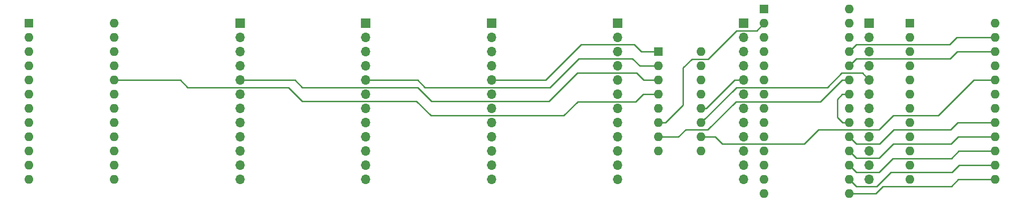
<source format=gbr>
%TF.GenerationSoftware,KiCad,Pcbnew,(6.0.9)*%
%TF.CreationDate,2023-05-17T22:42:26-04:00*%
%TF.ProjectId,HeadOnN_Condensor_Board,48656164-4f6e-44e5-9f43-6f6e64656e73,rev?*%
%TF.SameCoordinates,Original*%
%TF.FileFunction,Copper,L2,Bot*%
%TF.FilePolarity,Positive*%
%FSLAX46Y46*%
G04 Gerber Fmt 4.6, Leading zero omitted, Abs format (unit mm)*
G04 Created by KiCad (PCBNEW (6.0.9)) date 2023-05-17 22:42:26*
%MOMM*%
%LPD*%
G01*
G04 APERTURE LIST*
%TA.AperFunction,ComponentPad*%
%ADD10R,1.700000X1.700000*%
%TD*%
%TA.AperFunction,ComponentPad*%
%ADD11O,1.700000X1.700000*%
%TD*%
%TA.AperFunction,ComponentPad*%
%ADD12R,1.600000X1.600000*%
%TD*%
%TA.AperFunction,ComponentPad*%
%ADD13O,1.600000X1.600000*%
%TD*%
%TA.AperFunction,Conductor*%
%ADD14C,0.250000*%
%TD*%
G04 APERTURE END LIST*
D10*
%TO.P,J8,1,Pin_1*%
%TO.N,unconnected-(J8-Pad1)*%
X170240000Y-20000000D03*
D11*
%TO.P,J8,2,Pin_2*%
%TO.N,unconnected-(J8-Pad2)*%
X170240000Y-22540000D03*
%TO.P,J8,3,Pin_3*%
%TO.N,unconnected-(J8-Pad3)*%
X170240000Y-25080000D03*
%TO.P,J8,4,Pin_4*%
%TO.N,unconnected-(J8-Pad4)*%
X170240000Y-27620000D03*
%TO.P,J8,5,Pin_5*%
%TO.N,CE_K*%
X170240000Y-30160000D03*
%TO.P,J8,6,Pin_6*%
%TO.N,unconnected-(J8-Pad6)*%
X170240000Y-32700000D03*
%TO.P,J8,7,Pin_7*%
%TO.N,unconnected-(J8-Pad7)*%
X170240000Y-35240000D03*
%TO.P,J8,8,Pin_8*%
%TO.N,unconnected-(J8-Pad8)*%
X170240000Y-37780000D03*
%TO.P,J8,9,Pin_9*%
%TO.N,unconnected-(J8-Pad9)*%
X170240000Y-40320000D03*
%TO.P,J8,10,Pin_10*%
%TO.N,unconnected-(J8-Pad10)*%
X170240000Y-42860000D03*
%TO.P,J8,11,Pin_11*%
%TO.N,unconnected-(J8-Pad11)*%
X170240000Y-45400000D03*
%TO.P,J8,12,Pin_12*%
%TO.N,unconnected-(J8-Pad12)*%
X170240000Y-47940000D03*
%TD*%
D10*
%TO.P,J7,1,Pin_1*%
%TO.N,unconnected-(J7-Pad1)*%
X147740000Y-20000000D03*
D11*
%TO.P,J7,2,Pin_2*%
%TO.N,unconnected-(J7-Pad2)*%
X147740000Y-22540000D03*
%TO.P,J7,3,Pin_3*%
%TO.N,unconnected-(J7-Pad3)*%
X147740000Y-25080000D03*
%TO.P,J7,4,Pin_4*%
%TO.N,unconnected-(J7-Pad4)*%
X147740000Y-27620000D03*
%TO.P,J7,5,Pin_5*%
%TO.N,CE_J*%
X147740000Y-30160000D03*
%TO.P,J7,6,Pin_6*%
%TO.N,unconnected-(J7-Pad6)*%
X147740000Y-32700000D03*
%TO.P,J7,7,Pin_7*%
%TO.N,unconnected-(J7-Pad7)*%
X147740000Y-35240000D03*
%TO.P,J7,8,Pin_8*%
%TO.N,unconnected-(J7-Pad8)*%
X147740000Y-37780000D03*
%TO.P,J7,9,Pin_9*%
%TO.N,unconnected-(J7-Pad9)*%
X147740000Y-40320000D03*
%TO.P,J7,10,Pin_10*%
%TO.N,unconnected-(J7-Pad10)*%
X147740000Y-42860000D03*
%TO.P,J7,11,Pin_11*%
%TO.N,unconnected-(J7-Pad11)*%
X147740000Y-45400000D03*
%TO.P,J7,12,Pin_12*%
%TO.N,unconnected-(J7-Pad12)*%
X147740000Y-47940000D03*
%TD*%
%TO.P,J6,12,Pin_12*%
%TO.N,unconnected-(J6-Pad12)*%
X125240000Y-47940000D03*
%TO.P,J6,11,Pin_11*%
%TO.N,unconnected-(J6-Pad11)*%
X125240000Y-45400000D03*
%TO.P,J6,10,Pin_10*%
%TO.N,unconnected-(J6-Pad10)*%
X125240000Y-42860000D03*
%TO.P,J6,9,Pin_9*%
%TO.N,unconnected-(J6-Pad9)*%
X125240000Y-40320000D03*
%TO.P,J6,8,Pin_8*%
%TO.N,unconnected-(J6-Pad8)*%
X125240000Y-37780000D03*
%TO.P,J6,7,Pin_7*%
%TO.N,unconnected-(J6-Pad7)*%
X125240000Y-35240000D03*
%TO.P,J6,6,Pin_6*%
%TO.N,unconnected-(J6-Pad6)*%
X125240000Y-32700000D03*
%TO.P,J6,5,Pin_5*%
%TO.N,CE_I*%
X125240000Y-30160000D03*
%TO.P,J6,4,Pin_4*%
%TO.N,unconnected-(J6-Pad4)*%
X125240000Y-27620000D03*
%TO.P,J6,3,Pin_3*%
%TO.N,unconnected-(J6-Pad3)*%
X125240000Y-25080000D03*
%TO.P,J6,2,Pin_2*%
%TO.N,unconnected-(J6-Pad2)*%
X125240000Y-22540000D03*
D10*
%TO.P,J6,1,Pin_1*%
%TO.N,unconnected-(J6-Pad1)*%
X125240000Y-20000000D03*
%TD*%
%TO.P,J5,1,Pin_1*%
%TO.N,unconnected-(J5-Pad1)*%
X102740000Y-20000000D03*
D11*
%TO.P,J5,2,Pin_2*%
%TO.N,unconnected-(J5-Pad2)*%
X102740000Y-22540000D03*
%TO.P,J5,3,Pin_3*%
%TO.N,unconnected-(J5-Pad3)*%
X102740000Y-25080000D03*
%TO.P,J5,4,Pin_4*%
%TO.N,unconnected-(J5-Pad4)*%
X102740000Y-27620000D03*
%TO.P,J5,5,Pin_5*%
%TO.N,CE_H*%
X102740000Y-30160000D03*
%TO.P,J5,6,Pin_6*%
%TO.N,unconnected-(J5-Pad6)*%
X102740000Y-32700000D03*
%TO.P,J5,7,Pin_7*%
%TO.N,unconnected-(J5-Pad7)*%
X102740000Y-35240000D03*
%TO.P,J5,8,Pin_8*%
%TO.N,unconnected-(J5-Pad8)*%
X102740000Y-37780000D03*
%TO.P,J5,9,Pin_9*%
%TO.N,unconnected-(J5-Pad9)*%
X102740000Y-40320000D03*
%TO.P,J5,10,Pin_10*%
%TO.N,unconnected-(J5-Pad10)*%
X102740000Y-42860000D03*
%TO.P,J5,11,Pin_11*%
%TO.N,unconnected-(J5-Pad11)*%
X102740000Y-45400000D03*
%TO.P,J5,12,Pin_12*%
%TO.N,unconnected-(J5-Pad12)*%
X102740000Y-47940000D03*
%TD*%
D10*
%TO.P,J4,1,Pin_1*%
%TO.N,unconnected-(J4-Pad1)*%
X80240000Y-20000000D03*
D11*
%TO.P,J4,2,Pin_2*%
%TO.N,unconnected-(J4-Pad2)*%
X80240000Y-22540000D03*
%TO.P,J4,3,Pin_3*%
%TO.N,unconnected-(J4-Pad3)*%
X80240000Y-25080000D03*
%TO.P,J4,4,Pin_4*%
%TO.N,unconnected-(J4-Pad4)*%
X80240000Y-27620000D03*
%TO.P,J4,5,Pin_5*%
%TO.N,CE_G*%
X80240000Y-30160000D03*
%TO.P,J4,6,Pin_6*%
%TO.N,unconnected-(J4-Pad6)*%
X80240000Y-32700000D03*
%TO.P,J4,7,Pin_7*%
%TO.N,unconnected-(J4-Pad7)*%
X80240000Y-35240000D03*
%TO.P,J4,8,Pin_8*%
%TO.N,unconnected-(J4-Pad8)*%
X80240000Y-37780000D03*
%TO.P,J4,9,Pin_9*%
%TO.N,unconnected-(J4-Pad9)*%
X80240000Y-40320000D03*
%TO.P,J4,10,Pin_10*%
%TO.N,unconnected-(J4-Pad10)*%
X80240000Y-42860000D03*
%TO.P,J4,11,Pin_11*%
%TO.N,unconnected-(J4-Pad11)*%
X80240000Y-45400000D03*
%TO.P,J4,12,Pin_12*%
%TO.N,unconnected-(J4-Pad12)*%
X80240000Y-47940000D03*
%TD*%
D10*
%TO.P,J3,1,Pin_1*%
%TO.N,unconnected-(J3-Pad1)*%
X57740000Y-20000000D03*
D11*
%TO.P,J3,2,Pin_2*%
%TO.N,unconnected-(J3-Pad2)*%
X57740000Y-22540000D03*
%TO.P,J3,3,Pin_3*%
%TO.N,unconnected-(J3-Pad3)*%
X57740000Y-25080000D03*
%TO.P,J3,4,Pin_4*%
%TO.N,unconnected-(J3-Pad4)*%
X57740000Y-27620000D03*
%TO.P,J3,5,Pin_5*%
%TO.N,CE_F*%
X57740000Y-30160000D03*
%TO.P,J3,6,Pin_6*%
%TO.N,unconnected-(J3-Pad6)*%
X57740000Y-32700000D03*
%TO.P,J3,7,Pin_7*%
%TO.N,unconnected-(J3-Pad7)*%
X57740000Y-35240000D03*
%TO.P,J3,8,Pin_8*%
%TO.N,unconnected-(J3-Pad8)*%
X57740000Y-37780000D03*
%TO.P,J3,9,Pin_9*%
%TO.N,unconnected-(J3-Pad9)*%
X57740000Y-40320000D03*
%TO.P,J3,10,Pin_10*%
%TO.N,unconnected-(J3-Pad10)*%
X57740000Y-42860000D03*
%TO.P,J3,11,Pin_11*%
%TO.N,unconnected-(J3-Pad11)*%
X57740000Y-45400000D03*
%TO.P,J3,12,Pin_12*%
%TO.N,unconnected-(J3-Pad12)*%
X57740000Y-47940000D03*
%TD*%
D12*
%TO.P,U1,1,I4*%
%TO.N,CE_H*%
X132550000Y-25095000D03*
D13*
%TO.P,U1,2,I5*%
%TO.N,CE_G*%
X132550000Y-27635000D03*
%TO.P,U1,3,I6*%
%TO.N,CE_F*%
X132550000Y-30175000D03*
%TO.P,U1,4,I7*%
%TO.N,CE_E*%
X132550000Y-32715000D03*
%TO.P,U1,5,EI*%
%TO.N,GND*%
X132550000Y-35255000D03*
%TO.P,U1,6,S2*%
%TO.N,A12*%
X132550000Y-37795000D03*
%TO.P,U1,7,S1*%
%TO.N,A11*%
X132550000Y-40335000D03*
%TO.P,U1,8,GND*%
%TO.N,GND*%
X132550000Y-42875000D03*
%TO.P,U1,9,S0*%
%TO.N,A10*%
X140170000Y-42875000D03*
%TO.P,U1,10,IO*%
%TO.N,CE_L*%
X140170000Y-40335000D03*
%TO.P,U1,11,I1*%
%TO.N,CE_K*%
X140170000Y-37795000D03*
%TO.P,U1,12,I2*%
%TO.N,CE_J*%
X140170000Y-35255000D03*
%TO.P,U1,13,I3*%
%TO.N,CE_I*%
X140170000Y-32715000D03*
%TO.P,U1,14,GS*%
%TO.N,OE*%
X140170000Y-30175000D03*
%TO.P,U1,15,EO*%
%TO.N,unconnected-(U1-Pad15)*%
X140170000Y-27635000D03*
%TO.P,U1,16,VCC*%
%TO.N,+5V*%
X140170000Y-25095000D03*
%TD*%
D12*
%TO.P,J9,1,Pin_1*%
%TO.N,A7*%
X177500000Y-20000000D03*
D13*
%TO.P,J9,2,Pin_2*%
%TO.N,A6*%
X177500000Y-22540000D03*
%TO.P,J9,3,Pin_3*%
%TO.N,A5*%
X177500000Y-25080000D03*
%TO.P,J9,4,Pin_4*%
%TO.N,A4*%
X177500000Y-27620000D03*
%TO.P,J9,5,Pin_5*%
%TO.N,A3*%
X177500000Y-30160000D03*
%TO.P,J9,6,Pin_6*%
%TO.N,A2*%
X177500000Y-32700000D03*
%TO.P,J9,7,Pin_7*%
%TO.N,A1*%
X177500000Y-35240000D03*
%TO.P,J9,8,Pin_8*%
%TO.N,A0*%
X177500000Y-37780000D03*
%TO.P,J9,9,Pin_9*%
%TO.N,D0*%
X177500000Y-40320000D03*
%TO.P,J9,10,Pin_10*%
%TO.N,D1*%
X177500000Y-42860000D03*
%TO.P,J9,11,Pin_11*%
%TO.N,D2*%
X177500000Y-45400000D03*
%TO.P,J9,12,Pin_12*%
%TO.N,GND*%
X177500000Y-47940000D03*
%TO.P,J9,13,Pin_13*%
%TO.N,D3*%
X192740000Y-47940000D03*
%TO.P,J9,14,Pin_14*%
%TO.N,D4*%
X192740000Y-45400000D03*
%TO.P,J9,15,Pin_15*%
%TO.N,D5*%
X192740000Y-42860000D03*
%TO.P,J9,16,Pin_16*%
%TO.N,D6*%
X192740000Y-40320000D03*
%TO.P,J9,17,Pin_17*%
%TO.N,D7*%
X192740000Y-37780000D03*
%TO.P,J9,18,Pin_18*%
%TO.N,unconnected-(J9-Pad18)*%
X192740000Y-35240000D03*
%TO.P,J9,19,Pin_19*%
%TO.N,unconnected-(J9-Pad19)*%
X192740000Y-32700000D03*
%TO.P,J9,20,Pin_20*%
%TO.N,CE_L*%
X192740000Y-30160000D03*
%TO.P,J9,21,Pin_21*%
%TO.N,unconnected-(J9-Pad21)*%
X192740000Y-27620000D03*
%TO.P,J9,22,Pin_22*%
%TO.N,A9*%
X192740000Y-25080000D03*
%TO.P,J9,23,Pin_23*%
%TO.N,A8*%
X192740000Y-22540000D03*
%TO.P,J9,24,Pin_24*%
%TO.N,+5V*%
X192740000Y-20000000D03*
%TD*%
D12*
%TO.P,J2,1,Pin_1*%
%TO.N,+5V*%
X151415000Y-17460000D03*
D13*
%TO.P,J2,2,Pin_2*%
%TO.N,A12*%
X151415000Y-20000000D03*
%TO.P,J2,3,Pin_3*%
%TO.N,A7*%
X151415000Y-22540000D03*
%TO.P,J2,4,Pin_4*%
%TO.N,A6*%
X151415000Y-25080000D03*
%TO.P,J2,5,Pin_5*%
%TO.N,A5*%
X151415000Y-27620000D03*
%TO.P,J2,6,Pin_6*%
%TO.N,A4*%
X151415000Y-30160000D03*
%TO.P,J2,7,Pin_7*%
%TO.N,A3*%
X151415000Y-32700000D03*
%TO.P,J2,8,Pin_8*%
%TO.N,A2*%
X151415000Y-35240000D03*
%TO.P,J2,9,Pin_9*%
%TO.N,A1*%
X151415000Y-37780000D03*
%TO.P,J2,10,Pin_10*%
%TO.N,A0*%
X151415000Y-40320000D03*
%TO.P,J2,11,Pin_11*%
%TO.N,D0*%
X151415000Y-42860000D03*
%TO.P,J2,12,Pin_12*%
%TO.N,D1*%
X151415000Y-45400000D03*
%TO.P,J2,13,Pin_13*%
%TO.N,D2*%
X151415000Y-47940000D03*
%TO.P,J2,14,Pin_14*%
%TO.N,GND*%
X151415000Y-50480000D03*
%TO.P,J2,15,Pin_15*%
%TO.N,D3*%
X166655000Y-50480000D03*
%TO.P,J2,16,Pin_16*%
%TO.N,D4*%
X166655000Y-47940000D03*
%TO.P,J2,17,Pin_17*%
%TO.N,D5*%
X166655000Y-45400000D03*
%TO.P,J2,18,Pin_18*%
%TO.N,D6*%
X166655000Y-42860000D03*
%TO.P,J2,19,Pin_19*%
%TO.N,D7*%
X166655000Y-40320000D03*
%TO.P,J2,20,Pin_20*%
%TO.N,OE*%
X166655000Y-37780000D03*
%TO.P,J2,21,Pin_21*%
%TO.N,A10*%
X166655000Y-35240000D03*
%TO.P,J2,22,Pin_22*%
%TO.N,OE*%
X166655000Y-32700000D03*
%TO.P,J2,23,Pin_23*%
%TO.N,A11*%
X166655000Y-30160000D03*
%TO.P,J2,24,Pin_24*%
%TO.N,A9*%
X166655000Y-27620000D03*
%TO.P,J2,25,Pin_25*%
%TO.N,A8*%
X166655000Y-25080000D03*
%TO.P,J2,26,Pin_26*%
%TO.N,unconnected-(J2-Pad26)*%
X166655000Y-22540000D03*
%TO.P,J2,27,Pin_27*%
%TO.N,+5V*%
X166655000Y-20000000D03*
%TO.P,J2,28,Pin_28*%
X166655000Y-17460000D03*
%TD*%
D12*
%TO.P,J1,1,Pin_1*%
%TO.N,unconnected-(J1-Pad1)*%
X20000000Y-20000000D03*
D13*
%TO.P,J1,2,Pin_2*%
%TO.N,unconnected-(J1-Pad2)*%
X20000000Y-22540000D03*
%TO.P,J1,3,Pin_3*%
%TO.N,unconnected-(J1-Pad3)*%
X20000000Y-25080000D03*
%TO.P,J1,4,Pin_4*%
%TO.N,unconnected-(J1-Pad4)*%
X20000000Y-27620000D03*
%TO.P,J1,5,Pin_5*%
%TO.N,unconnected-(J1-Pad5)*%
X20000000Y-30160000D03*
%TO.P,J1,6,Pin_6*%
%TO.N,unconnected-(J1-Pad6)*%
X20000000Y-32700000D03*
%TO.P,J1,7,Pin_7*%
%TO.N,unconnected-(J1-Pad7)*%
X20000000Y-35240000D03*
%TO.P,J1,8,Pin_8*%
%TO.N,unconnected-(J1-Pad8)*%
X20000000Y-37780000D03*
%TO.P,J1,9,Pin_9*%
%TO.N,unconnected-(J1-Pad9)*%
X20000000Y-40320000D03*
%TO.P,J1,10,Pin_10*%
%TO.N,unconnected-(J1-Pad10)*%
X20000000Y-42860000D03*
%TO.P,J1,11,Pin_11*%
%TO.N,unconnected-(J1-Pad11)*%
X20000000Y-45400000D03*
%TO.P,J1,12,Pin_12*%
%TO.N,unconnected-(J1-Pad12)*%
X20000000Y-47940000D03*
%TO.P,J1,13,Pin_13*%
%TO.N,unconnected-(J1-Pad13)*%
X35240000Y-47940000D03*
%TO.P,J1,14,Pin_14*%
%TO.N,unconnected-(J1-Pad14)*%
X35240000Y-45400000D03*
%TO.P,J1,15,Pin_15*%
%TO.N,unconnected-(J1-Pad15)*%
X35240000Y-42860000D03*
%TO.P,J1,16,Pin_16*%
%TO.N,unconnected-(J1-Pad16)*%
X35240000Y-40320000D03*
%TO.P,J1,17,Pin_17*%
%TO.N,unconnected-(J1-Pad17)*%
X35240000Y-37780000D03*
%TO.P,J1,18,Pin_18*%
%TO.N,unconnected-(J1-Pad18)*%
X35240000Y-35240000D03*
%TO.P,J1,19,Pin_19*%
%TO.N,unconnected-(J1-Pad19)*%
X35240000Y-32700000D03*
%TO.P,J1,20,Pin_20*%
%TO.N,CE_E*%
X35240000Y-30160000D03*
%TO.P,J1,21,Pin_21*%
%TO.N,unconnected-(J1-Pad21)*%
X35240000Y-27620000D03*
%TO.P,J1,22,Pin_22*%
%TO.N,unconnected-(J1-Pad22)*%
X35240000Y-25080000D03*
%TO.P,J1,23,Pin_23*%
%TO.N,unconnected-(J1-Pad23)*%
X35240000Y-22540000D03*
%TO.P,J1,24,Pin_24*%
%TO.N,unconnected-(J1-Pad24)*%
X35240000Y-20000000D03*
%TD*%
D14*
%TO.N,A11*%
X141350000Y-39050000D02*
X146400000Y-34000000D01*
X146400000Y-34000000D02*
X161500000Y-34000000D01*
X136115000Y-40335000D02*
X137400000Y-39050000D01*
X137400000Y-39050000D02*
X141350000Y-39050000D01*
X161500000Y-34000000D02*
X165340000Y-30160000D01*
X132550000Y-40335000D02*
X136115000Y-40335000D01*
X165340000Y-30160000D02*
X166655000Y-30160000D01*
%TO.N,CE_J*%
X147740000Y-30160000D02*
X146140000Y-30160000D01*
X146140000Y-30160000D02*
X141045000Y-35255000D01*
X141045000Y-35255000D02*
X140170000Y-35255000D01*
%TO.N,OE*%
X165400000Y-32700000D02*
X166655000Y-32700000D01*
X164500000Y-33600000D02*
X165400000Y-32700000D01*
X164500000Y-36850000D02*
X164500000Y-33600000D01*
X165430000Y-37780000D02*
X164500000Y-36850000D01*
X166655000Y-37780000D02*
X165430000Y-37780000D01*
%TO.N,CE_L*%
X142685000Y-40335000D02*
X140170000Y-40335000D01*
X143950000Y-41600000D02*
X142685000Y-40335000D01*
X161150000Y-39050000D02*
X158600000Y-41600000D01*
X172000000Y-39050000D02*
X161150000Y-39050000D01*
X158600000Y-41600000D02*
X143950000Y-41600000D01*
X188890000Y-30160000D02*
X182550000Y-36500000D01*
X182550000Y-36500000D02*
X174550000Y-36500000D01*
X174550000Y-36500000D02*
X172000000Y-39050000D01*
X192740000Y-30160000D02*
X188890000Y-30160000D01*
%TO.N,D7*%
X167935000Y-41600000D02*
X166655000Y-40320000D01*
X172050000Y-41600000D02*
X167935000Y-41600000D01*
X174600000Y-39050000D02*
X172050000Y-41600000D01*
X184800000Y-39050000D02*
X174600000Y-39050000D01*
X186070000Y-37780000D02*
X184800000Y-39050000D01*
X192740000Y-37780000D02*
X186070000Y-37780000D01*
%TO.N,D6*%
X167895000Y-44100000D02*
X166655000Y-42860000D01*
X184850000Y-41600000D02*
X174500000Y-41600000D01*
X186130000Y-40320000D02*
X184850000Y-41600000D01*
X174500000Y-41600000D02*
X172000000Y-44100000D01*
X192740000Y-40320000D02*
X186130000Y-40320000D01*
X172000000Y-44100000D02*
X167895000Y-44100000D01*
%TO.N,D5*%
X167905000Y-46650000D02*
X166655000Y-45400000D01*
X174450000Y-44150000D02*
X171950000Y-46650000D01*
X184900000Y-44150000D02*
X174450000Y-44150000D01*
X171950000Y-46650000D02*
X167905000Y-46650000D01*
X186190000Y-42860000D02*
X184900000Y-44150000D01*
X192740000Y-42860000D02*
X186190000Y-42860000D01*
%TO.N,D4*%
X167915000Y-49200000D02*
X166655000Y-47940000D01*
X171550000Y-49200000D02*
X167915000Y-49200000D01*
X185000000Y-46650000D02*
X174100000Y-46650000D01*
X186250000Y-45400000D02*
X185000000Y-46650000D01*
X174100000Y-46650000D02*
X171550000Y-49200000D01*
X192740000Y-45400000D02*
X186250000Y-45400000D01*
%TO.N,A12*%
X150115000Y-21300000D02*
X151415000Y-20000000D01*
X141400000Y-26400000D02*
X146500000Y-21300000D01*
X138500000Y-26400000D02*
X141400000Y-26400000D01*
X136950000Y-27950000D02*
X138500000Y-26400000D01*
X146500000Y-21300000D02*
X150115000Y-21300000D01*
X133805000Y-37795000D02*
X136950000Y-34650000D01*
X136950000Y-34650000D02*
X136950000Y-27950000D01*
X132550000Y-37795000D02*
X133805000Y-37795000D01*
%TO.N,CE_E*%
X47060000Y-30160000D02*
X35240000Y-30160000D01*
X48350000Y-31450000D02*
X47060000Y-30160000D01*
X66400000Y-31450000D02*
X48350000Y-31450000D01*
X68900000Y-33950000D02*
X66400000Y-31450000D01*
X91850000Y-36500000D02*
X89300000Y-33950000D01*
X118100000Y-34000000D02*
X115600000Y-36500000D01*
X89300000Y-33950000D02*
X68900000Y-33950000D01*
X128500000Y-34000000D02*
X118100000Y-34000000D01*
X129785000Y-32715000D02*
X128500000Y-34000000D01*
X115600000Y-36500000D02*
X91850000Y-36500000D01*
X132550000Y-32715000D02*
X129785000Y-32715000D01*
%TO.N,CE_F*%
X129925000Y-30175000D02*
X132550000Y-30175000D01*
X128650000Y-28900000D02*
X129925000Y-30175000D01*
X118050000Y-28900000D02*
X128650000Y-28900000D01*
X113000000Y-33950000D02*
X118050000Y-28900000D01*
X92000000Y-33950000D02*
X113000000Y-33950000D01*
X68900000Y-31450000D02*
X89500000Y-31450000D01*
X89500000Y-31450000D02*
X92000000Y-33950000D01*
X67610000Y-30160000D02*
X68900000Y-31450000D01*
X57740000Y-30160000D02*
X67610000Y-30160000D01*
%TO.N,CE_G*%
X129235000Y-27635000D02*
X132550000Y-27635000D01*
X118300000Y-26300000D02*
X127900000Y-26300000D01*
X127900000Y-26300000D02*
X129235000Y-27635000D01*
X89510000Y-30160000D02*
X90800000Y-31450000D01*
X90800000Y-31450000D02*
X113150000Y-31450000D01*
X80240000Y-30160000D02*
X89510000Y-30160000D01*
X113150000Y-31450000D02*
X118300000Y-26300000D01*
%TO.N,CE_H*%
X129495000Y-25095000D02*
X132550000Y-25095000D01*
X128200000Y-23800000D02*
X129495000Y-25095000D01*
X118750000Y-23800000D02*
X128200000Y-23800000D01*
X112390000Y-30160000D02*
X118750000Y-23800000D01*
X102740000Y-30160000D02*
X112390000Y-30160000D01*
%TO.N,CE_K*%
X168980000Y-28900000D02*
X170240000Y-30160000D01*
X162750000Y-31450000D02*
X165300000Y-28900000D01*
X165300000Y-28900000D02*
X168980000Y-28900000D01*
X140170000Y-37795000D02*
X146515000Y-31450000D01*
X146515000Y-31450000D02*
X162750000Y-31450000D01*
%TO.N,A8*%
X184600000Y-23800000D02*
X167935000Y-23800000D01*
X167935000Y-23800000D02*
X166655000Y-25080000D01*
X185860000Y-22540000D02*
X184600000Y-23800000D01*
X192740000Y-22540000D02*
X185860000Y-22540000D01*
%TO.N,A9*%
X184700000Y-26350000D02*
X167925000Y-26350000D01*
X185970000Y-25080000D02*
X184700000Y-26350000D01*
X167925000Y-26350000D02*
X166655000Y-27620000D01*
X192740000Y-25080000D02*
X185970000Y-25080000D01*
%TO.N,D3*%
X186160000Y-47940000D02*
X192740000Y-47940000D01*
X184900000Y-49200000D02*
X186160000Y-47940000D01*
X171370000Y-50480000D02*
X172650000Y-49200000D01*
X166655000Y-50480000D02*
X171370000Y-50480000D01*
X172650000Y-49200000D02*
X184900000Y-49200000D01*
%TD*%
M02*

</source>
